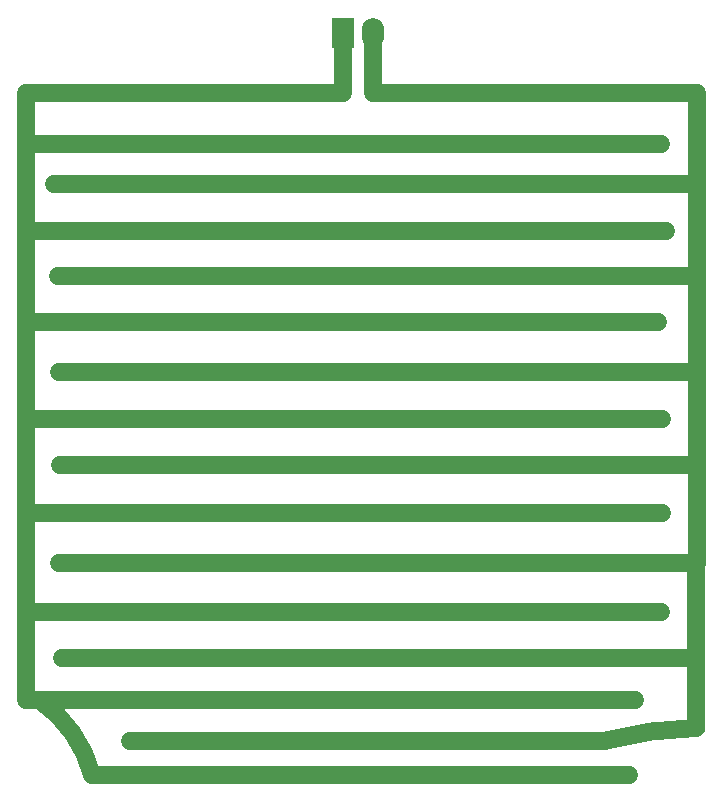
<source format=gbr>
G04 DipTrace 2.4.0.2*
%INBottom.gbr*%
%MOMM*%
%ADD14C,1.5*%
%ADD15R,1.9X2.5*%
%ADD16O,1.9X2.5*%
%FSLAX53Y53*%
G04*
G71*
G90*
G75*
G01*
%LNBottom*%
%LPD*%
X28410Y65210D2*
D14*
Y60130D1*
X1550D1*
Y55860D1*
Y48520D1*
Y40766D1*
Y32539D1*
Y24570D1*
Y16190D1*
Y8740D1*
X2735D1*
X53090D1*
X1550Y48520D2*
X55720D1*
X1550Y24570D2*
X55360Y24590D1*
X1550Y16190D2*
X55300D1*
X1550Y55860D2*
X55340D1*
X1550Y32539D2*
X55359D1*
X52594Y2427D2*
X7140D1*
G03X2735Y8740I-10910J-2919D01*
G01*
X1550Y40766D2*
X55036D1*
X10320Y5340D2*
X50590D1*
G02X58300Y6420I8497J-32599D01*
G01*
Y12320D1*
Y20070D1*
X58320Y20390D1*
Y28650D1*
Y36540D1*
Y44650D1*
Y52440D1*
Y60130D1*
X30950D1*
Y65210D1*
X3950Y52440D2*
X58320D1*
Y44650D2*
X4280D1*
X58320Y20390D2*
X4370D1*
X58320Y36540D2*
X4347D1*
X58320Y28650D2*
X4410D1*
X58300Y12320D2*
X4550D1*
D15*
X28410Y65210D3*
D16*
X30950D3*
M02*

</source>
